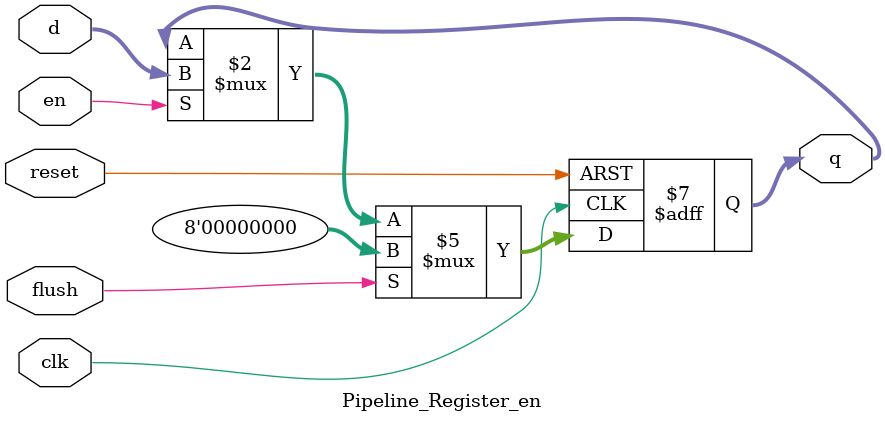
<source format=v>
module Pipeline_Register_en #(parameter WIDTH = 8)( 
    input clk, reset,
    input en, flush,
    input [WIDTH-1:0] d,
    output reg [WIDTH-1:0] q);

    always @(posedge clk or posedge reset)
    begin
        if(reset)
            q <= 0;
        else if (flush) 
            q <= 0;
        else if (en) 
            q <= d;
    end

endmodule
</source>
